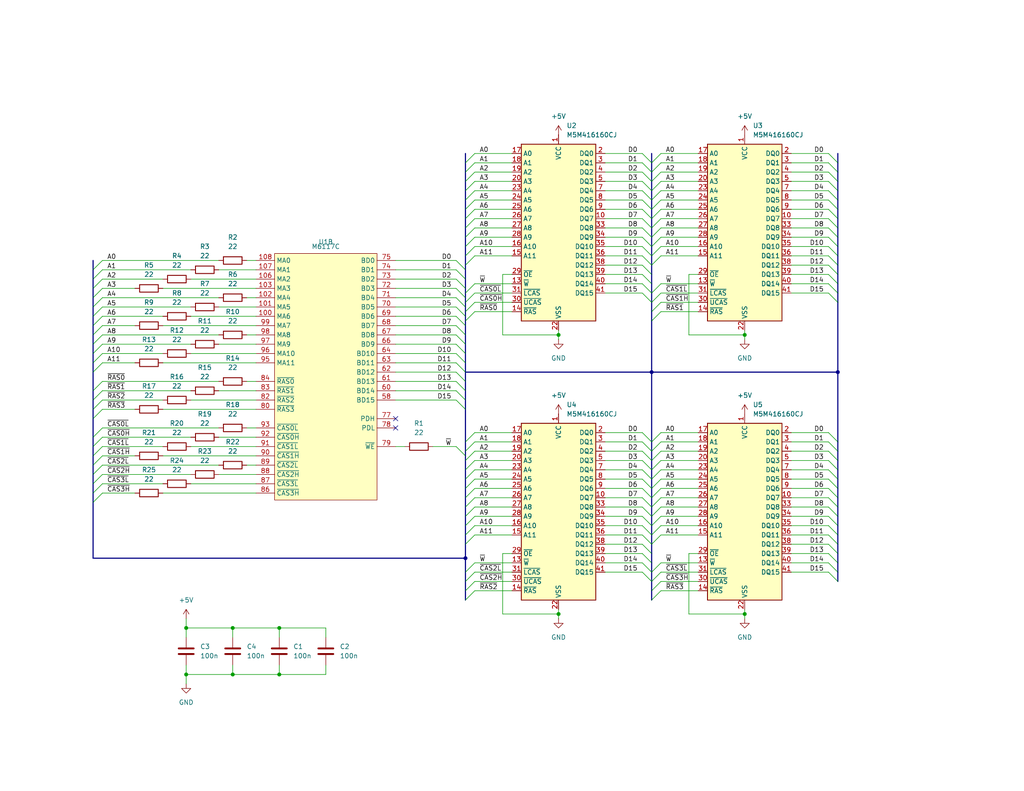
<source format=kicad_sch>
(kicad_sch (version 20250114) (generator "eeschema") (generator_version "9.0")
  (paper "USLetter")
  (junction (at 152.4 91.44))
  (junction (at 152.4 167.64))
  (junction (at 127 152.4))
  (junction (at 76.2 184.15))
  (junction (at 76.2 171.45))
  (junction (at 177.8 101.6))
  (junction (at 50.8 184.15))
  (junction (at 228.6 101.6))
  (junction (at 63.5 171.45))
  (junction (at 203.2 167.64))
  (junction (at 50.8 171.45))
  (junction (at 63.5 184.15))
  (junction (at 203.2 91.44))
  (no_connect (at 107.95 114.3))
  (no_connect (at 107.95 116.84))
  (bus_entry (at 180.34 135.89) (size -2.54 2.54))
  (bus_entry (at 226.06 80.01) (size 2.54 2.54))
  (bus_entry (at 226.06 74.93) (size 2.54 2.54))
  (bus_entry (at 180.34 67.31) (size -2.54 2.54))
  (bus_entry (at 180.34 158.75) (size -2.54 2.54))
  (bus_entry (at 226.06 77.47) (size 2.54 2.54))
  (bus_entry (at 180.34 125.73) (size -2.54 2.54))
  (bus_entry (at 180.34 64.77) (size -2.54 2.54))
  (bus_entry (at 180.34 153.67) (size -2.54 2.54))
  (bus_entry (at 180.34 133.35) (size -2.54 2.54))
  (bus_entry (at 129.54 120.65) (size -2.54 2.54))
  (bus_entry (at 27.94 106.68) (size -2.54 2.54))
  (bus_entry (at 27.94 91.44) (size -2.54 2.54))
  (bus_entry (at 226.06 52.07) (size 2.54 2.54))
  (bus_entry (at 124.46 96.52) (size 2.54 2.54))
  (bus_entry (at 124.46 81.28) (size 2.54 2.54))
  (bus_entry (at 129.54 62.23) (size -2.54 2.54))
  (bus_entry (at 124.46 91.44) (size 2.54 2.54))
  (bus_entry (at 226.06 120.65) (size 2.54 2.54))
  (bus_entry (at 124.46 73.66) (size 2.54 2.54))
  (bus_entry (at 175.26 130.81) (size 2.54 2.54))
  (bus_entry (at 180.34 54.61) (size -2.54 2.54))
  (bus_entry (at 180.34 118.11) (size -2.54 2.54))
  (bus_entry (at 226.06 138.43) (size 2.54 2.54))
  (bus_entry (at 175.26 59.69) (size 2.54 2.54))
  (bus_entry (at 27.94 96.52) (size -2.54 2.54))
  (bus_entry (at 226.06 67.31) (size 2.54 2.54))
  (bus_entry (at 226.06 69.85) (size 2.54 2.54))
  (bus_entry (at 175.26 74.93) (size 2.54 2.54))
  (bus_entry (at 129.54 128.27) (size -2.54 2.54))
  (bus_entry (at 175.26 146.05) (size 2.54 2.54))
  (bus_entry (at 226.06 125.73) (size 2.54 2.54))
  (bus_entry (at 129.54 158.75) (size -2.54 2.54))
  (bus_entry (at 226.06 128.27) (size 2.54 2.54))
  (bus_entry (at 180.34 46.99) (size -2.54 2.54))
  (bus_entry (at 129.54 140.97) (size -2.54 2.54))
  (bus_entry (at 27.94 127) (size -2.54 2.54))
  (bus_entry (at 124.46 121.92) (size 2.54 2.54))
  (bus_entry (at 175.26 72.39) (size 2.54 2.54))
  (bus_entry (at 180.34 77.47) (size -2.54 2.54))
  (bus_entry (at 27.94 81.28) (size -2.54 2.54))
  (bus_entry (at 226.06 64.77) (size 2.54 2.54))
  (bus_entry (at 226.06 46.99) (size 2.54 2.54))
  (bus_entry (at 129.54 82.55) (size -2.54 2.54))
  (bus_entry (at 226.06 49.53) (size 2.54 2.54))
  (bus_entry (at 226.06 151.13) (size 2.54 2.54))
  (bus_entry (at 226.06 133.35) (size 2.54 2.54))
  (bus_entry (at 27.94 129.54) (size -2.54 2.54))
  (bus_entry (at 226.06 148.59) (size 2.54 2.54))
  (bus_entry (at 175.26 69.85) (size 2.54 2.54))
  (bus_entry (at 124.46 106.68) (size 2.54 2.54))
  (bus_entry (at 175.26 41.91) (size 2.54 2.54))
  (bus_entry (at 175.26 133.35) (size 2.54 2.54))
  (bus_entry (at 27.94 78.74) (size -2.54 2.54))
  (bus_entry (at 180.34 120.65) (size -2.54 2.54))
  (bus_entry (at 129.54 161.29) (size -2.54 2.54))
  (bus_entry (at 180.34 52.07) (size -2.54 2.54))
  (bus_entry (at 27.94 99.06) (size -2.54 2.54))
  (bus_entry (at 27.94 83.82) (size -2.54 2.54))
  (bus_entry (at 129.54 123.19) (size -2.54 2.54))
  (bus_entry (at 124.46 83.82) (size 2.54 2.54))
  (bus_entry (at 226.06 143.51) (size 2.54 2.54))
  (bus_entry (at 129.54 44.45) (size -2.54 2.54))
  (bus_entry (at 129.54 130.81) (size -2.54 2.54))
  (bus_entry (at 27.94 88.9) (size -2.54 2.54))
  (bus_entry (at 129.54 59.69) (size -2.54 2.54))
  (bus_entry (at 175.26 44.45) (size 2.54 2.54))
  (bus_entry (at 226.06 123.19) (size 2.54 2.54))
  (bus_entry (at 180.34 80.01) (size -2.54 2.54))
  (bus_entry (at 175.26 148.59) (size 2.54 2.54))
  (bus_entry (at 180.34 156.21) (size -2.54 2.54))
  (bus_entry (at 27.94 132.08) (size -2.54 2.54))
  (bus_entry (at 175.26 138.43) (size 2.54 2.54))
  (bus_entry (at 226.06 57.15) (size 2.54 2.54))
  (bus_entry (at 124.46 109.22) (size 2.54 2.54))
  (bus_entry (at 226.06 153.67) (size 2.54 2.54))
  (bus_entry (at 226.06 146.05) (size 2.54 2.54))
  (bus_entry (at 180.34 69.85) (size -2.54 2.54))
  (bus_entry (at 175.26 118.11) (size 2.54 2.54))
  (bus_entry (at 129.54 153.67) (size -2.54 2.54))
  (bus_entry (at 175.26 49.53) (size 2.54 2.54))
  (bus_entry (at 175.26 153.67) (size 2.54 2.54))
  (bus_entry (at 27.94 109.22) (size -2.54 2.54))
  (bus_entry (at 129.54 146.05) (size -2.54 2.54))
  (bus_entry (at 27.94 134.62) (size -2.54 2.54))
  (bus_entry (at 27.94 116.84) (size -2.54 2.54))
  (bus_entry (at 226.06 62.23) (size 2.54 2.54))
  (bus_entry (at 129.54 46.99) (size -2.54 2.54))
  (bus_entry (at 226.06 130.81) (size 2.54 2.54))
  (bus_entry (at 180.34 82.55) (size -2.54 2.54))
  (bus_entry (at 175.26 64.77) (size 2.54 2.54))
  (bus_entry (at 124.46 104.14) (size 2.54 2.54))
  (bus_entry (at 180.34 49.53) (size -2.54 2.54))
  (bus_entry (at 180.34 143.51) (size -2.54 2.54))
  (bus_entry (at 180.34 138.43) (size -2.54 2.54))
  (bus_entry (at 129.54 125.73) (size -2.54 2.54))
  (bus_entry (at 129.54 156.21) (size -2.54 2.54))
  (bus_entry (at 129.54 143.51) (size -2.54 2.54))
  (bus_entry (at 129.54 118.11) (size -2.54 2.54))
  (bus_entry (at 175.26 125.73) (size 2.54 2.54))
  (bus_entry (at 175.26 77.47) (size 2.54 2.54))
  (bus_entry (at 180.34 123.19) (size -2.54 2.54))
  (bus_entry (at 180.34 128.27) (size -2.54 2.54))
  (bus_entry (at 226.06 118.11) (size 2.54 2.54))
  (bus_entry (at 129.54 133.35) (size -2.54 2.54))
  (bus_entry (at 175.26 57.15) (size 2.54 2.54))
  (bus_entry (at 129.54 41.91) (size -2.54 2.54))
  (bus_entry (at 226.06 140.97) (size 2.54 2.54))
  (bus_entry (at 175.26 123.19) (size 2.54 2.54))
  (bus_entry (at 180.34 41.91) (size -2.54 2.54))
  (bus_entry (at 129.54 85.09) (size -2.54 2.54))
  (bus_entry (at 180.34 44.45) (size -2.54 2.54))
  (bus_entry (at 180.34 140.97) (size -2.54 2.54))
  (bus_entry (at 129.54 80.01) (size -2.54 2.54))
  (bus_entry (at 180.34 59.69) (size -2.54 2.54))
  (bus_entry (at 175.26 120.65) (size 2.54 2.54))
  (bus_entry (at 180.34 85.09) (size -2.54 2.54))
  (bus_entry (at 129.54 49.53) (size -2.54 2.54))
  (bus_entry (at 175.26 52.07) (size 2.54 2.54))
  (bus_entry (at 129.54 69.85) (size -2.54 2.54))
  (bus_entry (at 27.94 124.46) (size -2.54 2.54))
  (bus_entry (at 129.54 64.77) (size -2.54 2.54))
  (bus_entry (at 226.06 59.69) (size 2.54 2.54))
  (bus_entry (at 27.94 93.98) (size -2.54 2.54))
  (bus_entry (at 129.54 52.07) (size -2.54 2.54))
  (bus_entry (at 175.26 135.89) (size 2.54 2.54))
  (bus_entry (at 27.94 76.2) (size -2.54 2.54))
  (bus_entry (at 27.94 104.14) (size -2.54 2.54))
  (bus_entry (at 129.54 138.43) (size -2.54 2.54))
  (bus_entry (at 175.26 128.27) (size 2.54 2.54))
  (bus_entry (at 175.26 151.13) (size 2.54 2.54))
  (bus_entry (at 124.46 78.74) (size 2.54 2.54))
  (bus_entry (at 175.26 62.23) (size 2.54 2.54))
  (bus_entry (at 129.54 57.15) (size -2.54 2.54))
  (bus_entry (at 27.94 71.12) (size -2.54 2.54))
  (bus_entry (at 226.06 44.45) (size 2.54 2.54))
  (bus_entry (at 129.54 77.47) (size -2.54 2.54))
  (bus_entry (at 175.26 143.51) (size 2.54 2.54))
  (bus_entry (at 180.34 161.29) (size -2.54 2.54))
  (bus_entry (at 27.94 73.66) (size -2.54 2.54))
  (bus_entry (at 175.26 80.01) (size 2.54 2.54))
  (bus_entry (at 27.94 121.92) (size -2.54 2.54))
  (bus_entry (at 180.34 146.05) (size -2.54 2.54))
  (bus_entry (at 129.54 135.89) (size -2.54 2.54))
  (bus_entry (at 175.26 67.31) (size 2.54 2.54))
  (bus_entry (at 226.06 41.91) (size 2.54 2.54))
  (bus_entry (at 226.06 72.39) (size 2.54 2.54))
  (bus_entry (at 180.34 62.23) (size -2.54 2.54))
  (bus_entry (at 175.26 140.97) (size 2.54 2.54))
  (bus_entry (at 124.46 93.98) (size 2.54 2.54))
  (bus_entry (at 27.94 86.36) (size -2.54 2.54))
  (bus_entry (at 226.06 54.61) (size 2.54 2.54))
  (bus_entry (at 175.26 54.61) (size 2.54 2.54))
  (bus_entry (at 124.46 101.6) (size 2.54 2.54))
  (bus_entry (at 27.94 111.76) (size -2.54 2.54))
  (bus_entry (at 124.46 86.36) (size 2.54 2.54))
  (bus_entry (at 124.46 99.06) (size 2.54 2.54))
  (bus_entry (at 124.46 88.9) (size 2.54 2.54))
  (bus_entry (at 129.54 54.61) (size -2.54 2.54))
  (bus_entry (at 124.46 71.12) (size 2.54 2.54))
  (bus_entry (at 226.06 156.21) (size 2.54 2.54))
  (bus_entry (at 180.34 57.15) (size -2.54 2.54))
  (bus_entry (at 175.26 156.21) (size 2.54 2.54))
  (bus_entry (at 27.94 119.38) (size -2.54 2.54))
  (bus_entry (at 226.06 135.89) (size 2.54 2.54))
  (bus_entry (at 180.34 130.81) (size -2.54 2.54))
  (bus_entry (at 129.54 67.31) (size -2.54 2.54))
  (bus_entry (at 175.26 46.99) (size 2.54 2.54))
  (bus_entry (at 124.46 76.2) (size 2.54 2.54))
  (wire (pts (xy 203.2 91.44) (xy 187.96 91.44)))
  (wire (pts (xy 129.54 49.53) (xy 139.7 49.53)))
  (bus (pts (xy 177.8 120.65) (xy 177.8 123.19)))
  (bus (pts (xy 127 99.06) (xy 127 101.6)))
  (bus (pts (xy 177.8 101.6) (xy 177.8 120.65)))
  (wire (pts (xy 129.54 138.43) (xy 139.7 138.43)))
  (wire (pts (xy 215.9 146.05) (xy 226.06 146.05)))
  (bus (pts (xy 177.8 41.91) (xy 177.8 44.45)))
  (wire (pts (xy 180.34 54.61) (xy 190.5 54.61)))
  (wire (pts (xy 165.1 72.39) (xy 175.26 72.39)))
  (wire (pts (xy 180.34 156.21) (xy 190.5 156.21)))
  (bus (pts (xy 177.8 80.01) (xy 177.8 82.55)))
  (wire (pts (xy 180.34 52.07) (xy 190.5 52.07)))
  (bus (pts (xy 25.4 121.92) (xy 25.4 124.46)))
  (bus (pts (xy 228.6 54.61) (xy 228.6 57.15)))
  (wire (pts (xy 180.34 80.01) (xy 190.5 80.01)))
  (bus (pts (xy 177.8 123.19) (xy 177.8 125.73)))
  (wire (pts (xy 63.5 171.45) (xy 63.5 173.99)))
  (wire (pts (xy 129.54 52.07) (xy 139.7 52.07)))
  (bus (pts (xy 127 91.44) (xy 127 93.98)))
  (wire (pts (xy 44.45 78.74) (xy 69.85 78.74)))
  (wire (pts (xy 165.1 143.51) (xy 175.26 143.51)))
  (wire (pts (xy 44.45 111.76) (xy 69.85 111.76)))
  (bus (pts (xy 228.6 123.19) (xy 228.6 125.73)))
  (wire (pts (xy 129.54 69.85) (xy 139.7 69.85)))
  (wire (pts (xy 152.4 91.44) (xy 152.4 90.17)))
  (wire (pts (xy 215.9 46.99) (xy 226.06 46.99)))
  (wire (pts (xy 215.9 148.59) (xy 226.06 148.59)))
  (wire (pts (xy 165.1 49.53) (xy 175.26 49.53)))
  (wire (pts (xy 124.46 121.92) (xy 118.11 121.92)))
  (bus (pts (xy 177.8 77.47) (xy 177.8 80.01)))
  (bus (pts (xy 228.6 138.43) (xy 228.6 140.97)))
  (wire (pts (xy 76.2 171.45) (xy 76.2 173.99)))
  (wire (pts (xy 129.54 54.61) (xy 139.7 54.61)))
  (bus (pts (xy 127 106.68) (xy 127 109.22)))
  (bus (pts (xy 127 88.9) (xy 127 91.44)))
  (wire (pts (xy 27.94 76.2) (xy 44.45 76.2)))
  (bus (pts (xy 127 111.76) (xy 127 120.65)))
  (wire (pts (xy 165.1 44.45) (xy 175.26 44.45)))
  (bus (pts (xy 127 72.39) (xy 127 73.66)))
  (wire (pts (xy 52.07 96.52) (xy 69.85 96.52)))
  (wire (pts (xy 180.34 69.85) (xy 190.5 69.85)))
  (wire (pts (xy 27.94 129.54) (xy 52.07 129.54)))
  (wire (pts (xy 165.1 148.59) (xy 175.26 148.59)))
  (wire (pts (xy 165.1 54.61) (xy 175.26 54.61)))
  (wire (pts (xy 180.34 67.31) (xy 190.5 67.31)))
  (wire (pts (xy 165.1 62.23) (xy 175.26 62.23)))
  (bus (pts (xy 177.8 44.45) (xy 177.8 46.99)))
  (wire (pts (xy 129.54 46.99) (xy 139.7 46.99)))
  (wire (pts (xy 215.9 140.97) (xy 226.06 140.97)))
  (wire (pts (xy 107.95 78.74) (xy 124.46 78.74)))
  (bus (pts (xy 177.8 138.43) (xy 177.8 140.97)))
  (wire (pts (xy 129.54 140.97) (xy 139.7 140.97)))
  (wire (pts (xy 27.94 119.38) (xy 52.07 119.38)))
  (wire (pts (xy 165.1 80.01) (xy 175.26 80.01)))
  (bus (pts (xy 127 104.14) (xy 127 106.68)))
  (wire (pts (xy 63.5 181.61) (xy 63.5 184.15)))
  (bus (pts (xy 228.6 82.55) (xy 228.6 101.6)))
  (bus (pts (xy 228.6 120.65) (xy 228.6 123.19)))
  (wire (pts (xy 187.96 74.93) (xy 190.5 74.93)))
  (wire (pts (xy 187.96 91.44) (xy 187.96 74.93)))
  (wire (pts (xy 107.95 88.9) (xy 124.46 88.9)))
  (bus (pts (xy 228.6 153.67) (xy 228.6 156.21)))
  (wire (pts (xy 165.1 133.35) (xy 175.26 133.35)))
  (wire (pts (xy 50.8 184.15) (xy 63.5 184.15)))
  (wire (pts (xy 129.54 133.35) (xy 139.7 133.35)))
  (wire (pts (xy 129.54 143.51) (xy 139.7 143.51)))
  (wire (pts (xy 27.94 93.98) (xy 52.07 93.98)))
  (bus (pts (xy 228.6 59.69) (xy 228.6 62.23)))
  (wire (pts (xy 215.9 123.19) (xy 226.06 123.19)))
  (wire (pts (xy 129.54 59.69) (xy 139.7 59.69)))
  (wire (pts (xy 52.07 132.08) (xy 69.85 132.08)))
  (bus (pts (xy 228.6 146.05) (xy 228.6 148.59)))
  (bus (pts (xy 127 133.35) (xy 127 135.89)))
  (wire (pts (xy 215.9 143.51) (xy 226.06 143.51)))
  (wire (pts (xy 137.16 91.44) (xy 137.16 74.93)))
  (bus (pts (xy 177.8 59.69) (xy 177.8 62.23)))
  (wire (pts (xy 180.34 62.23) (xy 190.5 62.23)))
  (wire (pts (xy 129.54 82.55) (xy 139.7 82.55)))
  (wire (pts (xy 203.2 91.44) (xy 203.2 90.17)))
  (bus (pts (xy 25.4 114.3) (xy 25.4 119.38)))
  (bus (pts (xy 228.6 72.39) (xy 228.6 74.93)))
  (wire (pts (xy 215.9 49.53) (xy 226.06 49.53)))
  (wire (pts (xy 129.54 118.11) (xy 139.7 118.11)))
  (bus (pts (xy 127 62.23) (xy 127 64.77)))
  (wire (pts (xy 107.95 96.52) (xy 124.46 96.52)))
  (wire (pts (xy 50.8 184.15) (xy 50.8 186.69)))
  (wire (pts (xy 76.2 184.15) (xy 88.9 184.15)))
  (bus (pts (xy 127 86.36) (xy 127 87.63)))
  (wire (pts (xy 44.45 99.06) (xy 69.85 99.06)))
  (wire (pts (xy 27.94 78.74) (xy 36.83 78.74)))
  (bus (pts (xy 25.4 96.52) (xy 25.4 99.06)))
  (wire (pts (xy 215.9 57.15) (xy 226.06 57.15)))
  (wire (pts (xy 107.95 106.68) (xy 124.46 106.68)))
  (bus (pts (xy 228.6 101.6) (xy 177.8 101.6)))
  (wire (pts (xy 180.34 49.53) (xy 190.5 49.53)))
  (wire (pts (xy 180.34 64.77) (xy 190.5 64.77)))
  (wire (pts (xy 52.07 121.92) (xy 69.85 121.92)))
  (bus (pts (xy 25.4 106.68) (xy 25.4 109.22)))
  (bus (pts (xy 177.8 161.29) (xy 177.8 163.83)))
  (bus (pts (xy 228.6 156.21) (xy 228.6 158.75)))
  (bus (pts (xy 25.4 88.9) (xy 25.4 91.44)))
  (bus (pts (xy 177.8 130.81) (xy 177.8 133.35)))
  (wire (pts (xy 129.54 128.27) (xy 139.7 128.27)))
  (wire (pts (xy 180.34 57.15) (xy 190.5 57.15)))
  (wire (pts (xy 203.2 168.91) (xy 203.2 167.64)))
  (wire (pts (xy 203.2 92.71) (xy 203.2 91.44)))
  (wire (pts (xy 180.34 161.29) (xy 190.5 161.29)))
  (bus (pts (xy 127 96.52) (xy 127 99.06)))
  (wire (pts (xy 27.94 106.68) (xy 52.07 106.68)))
  (bus (pts (xy 177.8 143.51) (xy 177.8 146.05)))
  (wire (pts (xy 107.95 86.36) (xy 124.46 86.36)))
  (bus (pts (xy 25.4 99.06) (xy 25.4 101.6)))
  (wire (pts (xy 107.95 71.12) (xy 124.46 71.12)))
  (wire (pts (xy 129.54 44.45) (xy 139.7 44.45)))
  (wire (pts (xy 165.1 118.11) (xy 175.26 118.11)))
  (wire (pts (xy 44.45 134.62) (xy 69.85 134.62)))
  (bus (pts (xy 127 46.99) (xy 127 49.53)))
  (wire (pts (xy 27.94 96.52) (xy 44.45 96.52)))
  (bus (pts (xy 177.8 64.77) (xy 177.8 67.31)))
  (bus (pts (xy 127 93.98) (xy 127 96.52)))
  (bus (pts (xy 127 80.01) (xy 127 81.28)))
  (wire (pts (xy 107.95 93.98) (xy 124.46 93.98)))
  (wire (pts (xy 129.54 125.73) (xy 139.7 125.73)))
  (wire (pts (xy 27.94 134.62) (xy 36.83 134.62)))
  (wire (pts (xy 27.94 116.84) (xy 59.69 116.84)))
  (wire (pts (xy 215.9 52.07) (xy 226.06 52.07)))
  (wire (pts (xy 50.8 171.45) (xy 63.5 171.45)))
  (wire (pts (xy 27.94 104.14) (xy 59.69 104.14)))
  (wire (pts (xy 67.31 104.14) (xy 69.85 104.14)))
  (wire (pts (xy 180.34 59.69) (xy 190.5 59.69)))
  (wire (pts (xy 44.45 124.46) (xy 69.85 124.46)))
  (wire (pts (xy 180.34 143.51) (xy 190.5 143.51)))
  (wire (pts (xy 215.9 153.67) (xy 226.06 153.67)))
  (wire (pts (xy 129.54 156.21) (xy 139.7 156.21)))
  (bus (pts (xy 177.8 128.27) (xy 177.8 130.81)))
  (bus (pts (xy 25.4 93.98) (xy 25.4 96.52)))
  (bus (pts (xy 228.6 101.6) (xy 228.6 120.65)))
  (wire (pts (xy 180.34 158.75) (xy 190.5 158.75)))
  (bus (pts (xy 177.8 57.15) (xy 177.8 59.69)))
  (wire (pts (xy 215.9 130.81) (xy 226.06 130.81)))
  (wire (pts (xy 50.8 168.91) (xy 50.8 171.45)))
  (wire (pts (xy 27.94 86.36) (xy 44.45 86.36)))
  (bus (pts (xy 228.6 151.13) (xy 228.6 153.67)))
  (bus (pts (xy 177.8 151.13) (xy 177.8 153.67)))
  (bus (pts (xy 25.4 73.66) (xy 25.4 76.2)))
  (wire (pts (xy 129.54 64.77) (xy 139.7 64.77)))
  (wire (pts (xy 180.34 135.89) (xy 190.5 135.89)))
  (wire (pts (xy 215.9 133.35) (xy 226.06 133.35)))
  (bus (pts (xy 177.8 153.67) (xy 177.8 156.21)))
  (wire (pts (xy 67.31 116.84) (xy 69.85 116.84)))
  (wire (pts (xy 215.9 135.89) (xy 226.06 135.89)))
  (bus (pts (xy 127 49.53) (xy 127 52.07)))
  (bus (pts (xy 25.4 83.82) (xy 25.4 86.36)))
  (bus (pts (xy 228.6 133.35) (xy 228.6 135.89)))
  (wire (pts (xy 165.1 153.67) (xy 175.26 153.67)))
  (wire (pts (xy 107.95 83.82) (xy 124.46 83.82)))
  (bus (pts (xy 127 54.61) (xy 127 57.15)))
  (bus (pts (xy 177.8 85.09) (xy 177.8 87.63)))
  (wire (pts (xy 187.96 167.64) (xy 187.96 151.13)))
  (wire (pts (xy 59.69 106.68) (xy 69.85 106.68)))
  (wire (pts (xy 129.54 41.91) (xy 139.7 41.91)))
  (bus (pts (xy 25.4 152.4) (xy 127 152.4)))
  (bus (pts (xy 127 85.09) (xy 127 86.36)))
  (wire (pts (xy 129.54 153.67) (xy 139.7 153.67)))
  (bus (pts (xy 127 124.46) (xy 127 125.73)))
  (bus (pts (xy 177.8 54.61) (xy 177.8 57.15)))
  (wire (pts (xy 165.1 146.05) (xy 175.26 146.05)))
  (wire (pts (xy 215.9 62.23) (xy 226.06 62.23)))
  (wire (pts (xy 27.94 71.12) (xy 59.69 71.12)))
  (wire (pts (xy 215.9 74.93) (xy 226.06 74.93)))
  (wire (pts (xy 137.16 74.93) (xy 139.7 74.93)))
  (wire (pts (xy 180.34 128.27) (xy 190.5 128.27)))
  (bus (pts (xy 228.6 49.53) (xy 228.6 52.07)))
  (bus (pts (xy 177.8 69.85) (xy 177.8 72.39)))
  (bus (pts (xy 127 140.97) (xy 127 143.51)))
  (wire (pts (xy 215.9 138.43) (xy 226.06 138.43)))
  (bus (pts (xy 228.6 77.47) (xy 228.6 80.01)))
  (wire (pts (xy 180.34 46.99) (xy 190.5 46.99)))
  (wire (pts (xy 180.34 82.55) (xy 190.5 82.55)))
  (wire (pts (xy 59.69 73.66) (xy 69.85 73.66)))
  (wire (pts (xy 215.9 54.61) (xy 226.06 54.61)))
  (bus (pts (xy 127 161.29) (xy 127 163.83)))
  (wire (pts (xy 180.34 125.73) (xy 190.5 125.73)))
  (wire (pts (xy 165.1 138.43) (xy 175.26 138.43)))
  (bus (pts (xy 25.4 91.44) (xy 25.4 93.98)))
  (wire (pts (xy 180.34 140.97) (xy 190.5 140.97)))
  (bus (pts (xy 127 156.21) (xy 127 158.75)))
  (wire (pts (xy 59.69 93.98) (xy 69.85 93.98)))
  (wire (pts (xy 215.9 120.65) (xy 226.06 120.65)))
  (bus (pts (xy 177.8 125.73) (xy 177.8 128.27)))
  (wire (pts (xy 27.94 127) (xy 59.69 127)))
  (bus (pts (xy 228.6 80.01) (xy 228.6 82.55)))
  (wire (pts (xy 129.54 130.81) (xy 139.7 130.81)))
  (bus (pts (xy 177.8 148.59) (xy 177.8 151.13)))
  (wire (pts (xy 107.95 76.2) (xy 124.46 76.2)))
  (bus (pts (xy 25.4 78.74) (xy 25.4 81.28)))
  (wire (pts (xy 165.1 151.13) (xy 175.26 151.13)))
  (bus (pts (xy 25.4 124.46) (xy 25.4 127)))
  (wire (pts (xy 107.95 91.44) (xy 124.46 91.44)))
  (bus (pts (xy 127 76.2) (xy 127 78.74)))
  (bus (pts (xy 25.4 134.62) (xy 25.4 137.16)))
  (wire (pts (xy 180.34 41.91) (xy 190.5 41.91)))
  (wire (pts (xy 203.2 167.64) (xy 203.2 166.37)))
  (wire (pts (xy 215.9 64.77) (xy 226.06 64.77)))
  (bus (pts (xy 177.8 87.63) (xy 177.8 101.6)))
  (wire (pts (xy 215.9 80.01) (xy 226.06 80.01)))
  (wire (pts (xy 129.54 146.05) (xy 139.7 146.05)))
  (bus (pts (xy 127 101.6) (xy 127 104.14)))
  (bus (pts (xy 127 128.27) (xy 127 130.81)))
  (wire (pts (xy 165.1 41.91) (xy 175.26 41.91)))
  (wire (pts (xy 88.9 184.15) (xy 88.9 181.61)))
  (wire (pts (xy 165.1 123.19) (xy 175.26 123.19)))
  (bus (pts (xy 177.8 49.53) (xy 177.8 52.07)))
  (wire (pts (xy 180.34 85.09) (xy 190.5 85.09)))
  (wire (pts (xy 165.1 128.27) (xy 175.26 128.27)))
  (wire (pts (xy 215.9 128.27) (xy 226.06 128.27)))
  (bus (pts (xy 127 69.85) (xy 127 72.39)))
  (bus (pts (xy 25.4 119.38) (xy 25.4 121.92)))
  (bus (pts (xy 127 152.4) (xy 127 156.21)))
  (bus (pts (xy 127 57.15) (xy 127 59.69)))
  (bus (pts (xy 127 109.22) (xy 127 111.76)))
  (wire (pts (xy 180.34 153.67) (xy 190.5 153.67)))
  (bus (pts (xy 127 143.51) (xy 127 146.05)))
  (wire (pts (xy 129.54 85.09) (xy 139.7 85.09)))
  (wire (pts (xy 165.1 156.21) (xy 175.26 156.21)))
  (bus (pts (xy 228.6 148.59) (xy 228.6 151.13)))
  (bus (pts (xy 25.4 101.6) (xy 25.4 106.68)))
  (bus (pts (xy 127 123.19) (xy 127 124.46)))
  (wire (pts (xy 63.5 171.45) (xy 76.2 171.45)))
  (wire (pts (xy 180.34 118.11) (xy 190.5 118.11)))
  (bus (pts (xy 228.6 135.89) (xy 228.6 138.43)))
  (wire (pts (xy 215.9 41.91) (xy 226.06 41.91)))
  (wire (pts (xy 165.1 57.15) (xy 175.26 57.15)))
  (bus (pts (xy 127 81.28) (xy 127 82.55)))
  (wire (pts (xy 180.34 130.81) (xy 190.5 130.81)))
  (wire (pts (xy 88.9 171.45) (xy 88.9 173.99)))
  (wire (pts (xy 107.95 104.14) (xy 124.46 104.14)))
  (wire (pts (xy 59.69 129.54) (xy 69.85 129.54)))
  (bus (pts (xy 177.8 135.89) (xy 177.8 138.43)))
  (wire (pts (xy 165.1 52.07) (xy 175.26 52.07)))
  (wire (pts (xy 215.9 156.21) (xy 226.06 156.21)))
  (wire (pts (xy 44.45 88.9) (xy 69.85 88.9)))
  (bus (pts (xy 127 125.73) (xy 127 128.27)))
  (wire (pts (xy 67.31 127) (xy 69.85 127)))
  (wire (pts (xy 165.1 74.93) (xy 175.26 74.93)))
  (wire (pts (xy 165.1 59.69) (xy 175.26 59.69)))
  (bus (pts (xy 25.4 137.16) (xy 25.4 152.4)))
  (bus (pts (xy 127 158.75) (xy 127 161.29)))
  (wire (pts (xy 27.94 91.44) (xy 59.69 91.44)))
  (bus (pts (xy 127 67.31) (xy 127 69.85)))
  (bus (pts (xy 127 52.07) (xy 127 54.61)))
  (wire (pts (xy 67.31 71.12) (xy 69.85 71.12)))
  (wire (pts (xy 50.8 171.45) (xy 50.8 173.99)))
  (wire (pts (xy 52.07 109.22) (xy 69.85 109.22)))
  (bus (pts (xy 228.6 46.99) (xy 228.6 49.53)))
  (wire (pts (xy 27.94 124.46) (xy 36.83 124.46)))
  (wire (pts (xy 50.8 181.61) (xy 50.8 184.15)))
  (bus (pts (xy 228.6 57.15) (xy 228.6 59.69)))
  (wire (pts (xy 63.5 184.15) (xy 76.2 184.15)))
  (wire (pts (xy 180.34 44.45) (xy 190.5 44.45)))
  (bus (pts (xy 127 130.81) (xy 127 133.35)))
  (bus (pts (xy 177.8 101.6) (xy 127 101.6)))
  (wire (pts (xy 165.1 46.99) (xy 175.26 46.99)))
  (wire (pts (xy 215.9 77.47) (xy 226.06 77.47)))
  (wire (pts (xy 107.95 81.28) (xy 124.46 81.28)))
  (bus (pts (xy 25.4 76.2) (xy 25.4 78.74)))
  (bus (pts (xy 25.4 132.08) (xy 25.4 134.62)))
  (wire (pts (xy 187.96 151.13) (xy 190.5 151.13)))
  (bus (pts (xy 177.8 67.31) (xy 177.8 69.85)))
  (wire (pts (xy 67.31 91.44) (xy 69.85 91.44)))
  (wire (pts (xy 165.1 64.77) (xy 175.26 64.77)))
  (bus (pts (xy 127 44.45) (xy 127 46.99)))
  (wire (pts (xy 107.95 121.92) (xy 110.49 121.92)))
  (wire (pts (xy 180.34 77.47) (xy 190.5 77.47)))
  (wire (pts (xy 215.9 59.69) (xy 226.06 59.69)))
  (bus (pts (xy 25.4 81.28) (xy 25.4 83.82)))
  (bus (pts (xy 228.6 52.07) (xy 228.6 54.61)))
  (wire (pts (xy 27.94 111.76) (xy 36.83 111.76)))
  (wire (pts (xy 67.31 81.28) (xy 69.85 81.28)))
  (bus (pts (xy 25.4 111.76) (xy 25.4 114.3)))
  (wire (pts (xy 165.1 140.97) (xy 175.26 140.97)))
  (bus (pts (xy 228.6 67.31) (xy 228.6 69.85)))
  (wire (pts (xy 129.54 67.31) (xy 139.7 67.31)))
  (wire (pts (xy 165.1 125.73) (xy 175.26 125.73)))
  (wire (pts (xy 215.9 118.11) (xy 226.06 118.11)))
  (bus (pts (xy 127 78.74) (xy 127 80.01)))
  (bus (pts (xy 228.6 140.97) (xy 228.6 143.51)))
  (wire (pts (xy 152.4 168.91) (xy 152.4 167.64)))
  (bus (pts (xy 177.8 133.35) (xy 177.8 135.89)))
  (bus (pts (xy 127 135.89) (xy 127 138.43)))
  (bus (pts (xy 228.6 74.93) (xy 228.6 77.47)))
  (wire (pts (xy 129.54 77.47) (xy 139.7 77.47)))
  (bus (pts (xy 127 120.65) (xy 127 123.19)))
  (wire (pts (xy 137.16 167.64) (xy 137.16 151.13)))
  (bus (pts (xy 127 146.05) (xy 127 148.59)))
  (wire (pts (xy 215.9 67.31) (xy 226.06 67.31)))
  (wire (pts (xy 129.54 158.75) (xy 139.7 158.75)))
  (wire (pts (xy 152.4 91.44) (xy 137.16 91.44)))
  (wire (pts (xy 129.54 120.65) (xy 139.7 120.65)))
  (wire (pts (xy 165.1 130.81) (xy 175.26 130.81)))
  (wire (pts (xy 215.9 69.85) (xy 226.06 69.85)))
  (wire (pts (xy 152.4 92.71) (xy 152.4 91.44)))
  (wire (pts (xy 180.34 123.19) (xy 190.5 123.19)))
  (bus (pts (xy 177.8 52.07) (xy 177.8 54.61)))
  (bus (pts (xy 127 87.63) (xy 127 88.9)))
  (bus (pts (xy 177.8 146.05) (xy 177.8 148.59)))
  (wire (pts (xy 215.9 151.13) (xy 226.06 151.13)))
  (bus (pts (xy 127 148.59) (xy 127 152.4)))
  (wire (pts (xy 27.94 121.92) (xy 44.45 121.92)))
  (wire (pts (xy 165.1 135.89) (xy 175.26 135.89)))
  (bus (pts (xy 228.6 64.77) (xy 228.6 67.31)))
  (bus (pts (xy 177.8 46.99) (xy 177.8 49.53)))
  (bus (pts (xy 127 64.77) (xy 127 67.31)))
  (bus (pts (xy 25.4 127) (xy 25.4 129.54)))
  (bus (pts (xy 177.8 72.39) (xy 177.8 74.93)))
  (wire (pts (xy 180.34 138.43) (xy 190.5 138.43)))
  (bus (pts (xy 127 73.66) (xy 127 76.2)))
  (wire (pts (xy 76.2 181.61) (xy 76.2 184.15)))
  (wire (pts (xy 180.34 146.05) (xy 190.5 146.05)))
  (bus (pts (xy 177.8 158.75) (xy 177.8 161.29)))
  (bus (pts (xy 228.6 125.73) (xy 228.6 128.27)))
  (bus (pts (xy 228.6 130.81) (xy 228.6 133.35)))
  (wire (pts (xy 27.94 132.08) (xy 44.45 132.08)))
  (wire (pts (xy 152.4 167.64) (xy 137.16 167.64)))
  (bus (pts (xy 25.4 86.36) (xy 25.4 88.9)))
  (wire (pts (xy 215.9 44.45) (xy 226.06 44.45)))
  (wire (pts (xy 27.94 99.06) (xy 36.83 99.06)))
  (bus (pts (xy 228.6 143.51) (xy 228.6 146.05)))
  (wire (pts (xy 129.54 123.19) (xy 139.7 123.19)))
  (wire (pts (xy 107.95 99.06) (xy 124.46 99.06)))
  (bus (pts (xy 228.6 44.45) (xy 228.6 46.99)))
  (wire (pts (xy 165.1 69.85) (xy 175.26 69.85)))
  (bus (pts (xy 177.8 62.23) (xy 177.8 64.77)))
  (bus (pts (xy 127 82.55) (xy 127 83.82)))
  (wire (pts (xy 129.54 57.15) (xy 139.7 57.15)))
  (bus (pts (xy 228.6 69.85) (xy 228.6 72.39)))
  (bus (pts (xy 127 41.91) (xy 127 44.45)))
  (wire (pts (xy 52.07 86.36) (xy 69.85 86.36)))
  (wire (pts (xy 59.69 83.82) (xy 69.85 83.82)))
  (bus (pts (xy 127 59.69) (xy 127 62.23)))
  (wire (pts (xy 215.9 125.73) (xy 226.06 125.73)))
  (wire (pts (xy 107.95 73.66) (xy 124.46 73.66)))
  (wire (pts (xy 129.54 80.01) (xy 139.7 80.01)))
  (wire (pts (xy 152.4 167.64) (xy 152.4 166.37)))
  (bus (pts (xy 127 83.82) (xy 127 85.09)))
  (bus (pts (xy 177.8 74.93) (xy 177.8 77.47)))
  (bus (pts (xy 177.8 82.55) (xy 177.8 85.09)))
  (wire (pts (xy 129.54 161.29) (xy 139.7 161.29)))
  (wire (pts (xy 52.07 76.2) (xy 69.85 76.2)))
  (wire (pts (xy 180.34 133.35) (xy 190.5 133.35)))
  (wire (pts (xy 137.16 151.13) (xy 139.7 151.13)))
  (bus (pts (xy 228.6 41.91) (xy 228.6 44.45)))
  (wire (pts (xy 27.94 83.82) (xy 52.07 83.82)))
  (bus (pts (xy 177.8 156.21) (xy 177.8 158.75)))
  (wire (pts (xy 129.54 62.23) (xy 139.7 62.23)))
  (wire (pts (xy 165.1 67.31) (xy 175.26 67.31)))
  (bus (pts (xy 127 138.43) (xy 127 140.97)))
  (wire (pts (xy 27.94 73.66) (xy 52.07 73.66)))
  (bus (pts (xy 177.8 140.97) (xy 177.8 143.51)))
  (wire (pts (xy 27.94 81.28) (xy 59.69 81.28)))
  (bus (pts (xy 25.4 109.22) (xy 25.4 111.76)))
  (wire (pts (xy 107.95 109.22) (xy 124.46 109.22)))
  (wire (pts (xy 76.2 171.45) (xy 88.9 171.45)))
  (wire (pts (xy 180.34 120.65) (xy 190.5 120.65)))
  (wire (pts (xy 129.54 135.89) (xy 139.7 135.89)))
  (wire (pts (xy 27.94 88.9) (xy 36.83 88.9)))
  (bus (pts (xy 25.4 71.12) (xy 25.4 73.66)))
  (wire (pts (xy 203.2 167.64) (xy 187.96 167.64)))
  (wire (pts (xy 165.1 120.65) (xy 175.26 120.65)))
  (bus (pts (xy 25.4 129.54) (xy 25.4 132.08)))
  (wire (pts (xy 59.69 119.38) (xy 69.85 119.38)))
  (bus (pts (xy 228.6 128.27) (xy 228.6 130.81)))
  (wire (pts (xy 215.9 72.39) (xy 226.06 72.39)))
  (wire (pts (xy 165.1 77.47) (xy 175.26 77.47)))
  (bus (pts (xy 228.6 62.23) (xy 228.6 64.77)))
  (wire (pts (xy 27.94 109.22) (xy 44.45 109.22)))
  (wire (pts (xy 107.95 101.6) (xy 124.46 101.6)))
  (label "D5" (at 173.99 130.81 180))
  (label "A5" (at 130.81 54.61 0))
  (label "A10" (at 29.21 96.52 0))
  (label "A5" (at 181.61 130.81 0))
  (label "D15" (at 173.99 80.01 180))
  (label "D10" (at 224.79 143.51 180))
  (label "D9" (at 224.79 140.97 180))
  (label "A9" (at 181.61 64.77 0))
  (label "D15" (at 224.79 156.21 180))
  (label "A8" (at 130.81 138.43 0))
  (label "A11" (at 181.61 146.05 0))
  (label "D10" (at 123.19 96.52 180))
  (label "A4" (at 181.61 128.27 0))
  (label "A2" (at 130.81 46.99 0))
  (label "D1" (at 224.79 44.45 180))
  (label "D15" (at 224.79 80.01 180))
  (label "A10" (at 181.61 143.51 0))
  (label "D0" (at 224.79 118.11 180))
  (label "~{CAS3L}" (at 29.21 132.08 0))
  (label "D15" (at 123.19 109.22 180))
  (label "A11" (at 29.21 99.06 0))
  (label "~{RAS0}" (at 130.81 85.09 0))
  (label "D14" (at 224.79 153.67 180))
  (label "A7" (at 181.61 135.89 0))
  (label "D0" (at 123.19 71.12 180))
  (label "D2" (at 224.79 123.19 180))
  (label "~{RAS1}" (at 181.61 85.09 0))
  (label "A6" (at 130.81 133.35 0))
  (label "A0" (at 130.81 118.11 0))
  (label "~{CAS2L}" (at 130.81 156.21 0))
  (label "~{RAS3}" (at 29.21 111.76 0))
  (label "D1" (at 224.79 120.65 180))
  (label "D9" (at 123.19 93.98 180))
  (label "A10" (at 130.81 67.31 0))
  (label "D2" (at 123.19 76.2 180))
  (label "A2" (at 29.21 76.2 0))
  (label "~{CAS0L}" (at 29.21 116.84 0))
  (label "D14" (at 173.99 77.47 180))
  (label "D4" (at 224.79 128.27 180))
  (label "A3" (at 130.81 49.53 0))
  (label "~{W}" (at 130.81 153.67 0))
  (label "A3" (at 29.21 78.74 0))
  (label "D7" (at 224.79 135.89 180))
  (label "~{CAS1H}" (at 181.61 82.55 0))
  (label "D5" (at 224.79 54.61 180))
  (label "D3" (at 224.79 125.73 180))
  (label "~{CAS0H}" (at 130.81 82.55 0))
  (label "~{W}" (at 130.81 77.47 0))
  (label "A0" (at 130.81 41.91 0))
  (label "D6" (at 224.79 57.15 180))
  (label "D12" (at 224.79 72.39 180))
  (label "A2" (at 181.61 46.99 0))
  (label "D1" (at 173.99 120.65 180))
  (label "D9" (at 173.99 64.77 180))
  (label "A6" (at 181.61 57.15 0))
  (label "A9" (at 181.61 140.97 0))
  (label "A2" (at 130.81 123.19 0))
  (label "D0" (at 173.99 118.11 180))
  (label "A7" (at 29.21 88.9 0))
  (label "A8" (at 181.61 138.43 0))
  (label "~{CAS1H}" (at 29.21 124.46 0))
  (label "A1" (at 130.81 44.45 0))
  (label "~{W}" (at 181.61 153.67 0))
  (label "A4" (at 29.21 81.28 0))
  (label "~{CAS2H}" (at 130.81 158.75 0))
  (label "D11" (at 224.79 146.05 180))
  (label "~{CAS1L}" (at 29.21 121.92 0))
  (label "~{CAS2L}" (at 29.21 127 0))
  (label "~{CAS0H}" (at 29.21 119.38 0))
  (label "D8" (at 173.99 138.43 180))
  (label "A7" (at 130.81 135.89 0))
  (label "D13" (at 173.99 74.93 180))
  (label "D5" (at 224.79 130.81 180))
  (label "~{CAS3H}" (at 181.61 158.75 0))
  (label "A9" (at 29.21 93.98 0))
  (label "D4" (at 173.99 128.27 180))
  (label "A5" (at 181.61 54.61 0))
  (label "D0" (at 224.79 41.91 180))
  (label "A1" (at 181.61 44.45 0))
  (label "D8" (at 173.99 62.23 180))
  (label "D9" (at 224.79 64.77 180))
  (label "D0" (at 173.99 41.91 180))
  (label "D12" (at 173.99 72.39 180))
  (label "D7" (at 173.99 135.89 180))
  (label "D10" (at 224.79 67.31 180))
  (label "A0" (at 29.21 71.12 0))
  (label "D6" (at 123.19 86.36 180))
  (label "~{RAS2}" (at 130.81 161.29 0))
  (label "D4" (at 224.79 52.07 180))
  (label "D2" (at 173.99 123.19 180))
  (label "A7" (at 130.81 59.69 0))
  (label "D8" (at 224.79 138.43 180))
  (label "A8" (at 29.21 91.44 0))
  (label "D1" (at 123.19 73.66 180))
  (label "~{CAS1L}" (at 181.61 80.01 0))
  (label "~{RAS2}" (at 29.21 109.22 0))
  (label "D6" (at 224.79 133.35 180))
  (label "A1" (at 181.61 120.65 0))
  (label "D1" (at 173.99 44.45 180))
  (label "D8" (at 123.19 91.44 180))
  (label "A1" (at 130.81 120.65 0))
  (label "~{W}" (at 123.19 121.92 180))
  (label "~{CAS0L}" (at 130.81 80.01 0))
  (label "D13" (at 173.99 151.13 180))
  (label "A4" (at 130.81 52.07 0))
  (label "D8" (at 224.79 62.23 180))
  (label "A4" (at 181.61 52.07 0))
  (label "A11" (at 130.81 146.05 0))
  (label "A4" (at 130.81 128.27 0))
  (label "~{CAS3H}" (at 29.21 134.62 0))
  (label "D13" (at 123.19 104.14 180))
  (label "D10" (at 173.99 67.31 180))
  (label "D7" (at 173.99 59.69 180))
  (label "D2" (at 173.99 46.99 180))
  (label "A11" (at 181.61 69.85 0))
  (label "D11" (at 173.99 146.05 180))
  (label "D12" (at 173.99 148.59 180))
  (label "D14" (at 123.19 106.68 180))
  (label "A6" (at 181.61 133.35 0))
  (label "~{RAS1}" (at 29.21 106.68 0))
  (label "D4" (at 123.19 81.28 180))
  (label "A8" (at 181.61 62.23 0))
  (label "D3" (at 123.19 78.74 180))
  (label "D6" (at 173.99 57.15 180))
  (label "A3" (at 181.61 125.73 0))
  (label "~{CAS3L}" (at 181.61 156.21 0))
  (label "A3" (at 130.81 125.73 0))
  (label "D11" (at 224.79 69.85 180))
  (label "D3" (at 173.99 49.53 180))
  (label "~{CAS2H}" (at 29.21 129.54 0))
  (label "D5" (at 123.19 83.82 180))
  (label "D11" (at 123.19 99.06 180))
  (label "D13" (at 224.79 151.13 180))
  (label "D10" (at 173.99 143.51 180))
  (label "A8" (at 130.81 62.23 0))
  (label "A6" (at 130.81 57.15 0))
  (label "D4" (at 173.99 52.07 180))
  (label "~{W}" (at 181.61 77.47 0))
  (label "A10" (at 130.81 143.51 0))
  (label "D12" (at 224.79 148.59 180))
  (label "D7" (at 224.79 59.69 180))
  (label "A3" (at 181.61 49.53 0))
  (label "A10" (at 181.61 67.31 0))
  (label "D12" (at 123.19 101.6 180))
  (label "D14" (at 173.99 153.67 180))
  (label "D7" (at 123.19 88.9 180))
  (label "A11" (at 130.81 69.85 0))
  (label "D11" (at 173.99 69.85 180))
  (label "D14" (at 224.79 77.47 180))
  (label "D9" (at 173.99 140.97 180))
  (label "~{RAS3}" (at 181.61 161.29 0))
  (label "A9" (at 130.81 140.97 0))
  (label "D6" (at 173.99 133.35 180))
  (label "A5" (at 130.81 130.81 0))
  (label "A0" (at 181.61 118.11 0))
  (label "A5" (at 29.21 83.82 0))
  (label "A9" (at 130.81 64.77 0))
  (label "A6" (at 29.21 86.36 0))
  (label "D13" (at 224.79 74.93 180))
  (label "~{RAS0}" (at 29.21 104.14 0))
  (label "D15" (at 173.99 156.21 180))
  (label "D3" (at 173.99 125.73 180))
  (label "A7" (at 181.61 59.69 0))
  (label "D3" (at 224.79 49.53 180))
  (label "A2" (at 181.61 123.19 0))
  (label "D5" (at 173.99 54.61 180))
  (label "D2" (at 224.79 46.99 180))
  (label "A1" (at 29.21 73.66 0))
  (label "A0" (at 181.61 41.91 0))
  (symbol (lib_id "Device:R") (at 55.88 83.82 90) (unit 1)
    (property "Reference" "R7" (at 55.88 77.47 90))
    (property "Value" "22" (at 55.88 80.01 90))
    (property "Footprint" "Resistor_SMD:R_0603_1608Metric_Pad0.98x0.95mm_HandSolder" (effects (hide yes)))
    (property "Description" "Resistor" (effects (hide yes)))
  )
  (symbol (lib_id "Device:R") (at 48.26 132.08 90) (unit 1)
    (property "Reference" "R24" (at 48.26 125.73 90))
    (property "Value" "22" (at 48.26 128.27 90))
    (property "Footprint" "Resistor_SMD:R_0603_1608Metric_Pad0.98x0.95mm_HandSolder" (effects (hide yes)))
    (property "Description" "Resistor" (effects (hide yes)))
  )
  (symbol (lib_id "Device:R") (at 63.5 91.44 90) (unit 1)
    (property "Reference" "R10" (at 63.5 85.09 90))
    (property "Value" "22" (at 63.5 87.63 90))
    (property "Footprint" "Resistor_SMD:R_0603_1608Metric_Pad0.98x0.95mm_HandSolder" (effects (hide yes)))
    (property "Description" "Resistor" (effects (hide yes)))
  )
  (symbol (lib_id "Device:C") (at 63.5 177.8 0) (unit 1)
    (property "Reference" "C4" (at 67.31 176.5299 0) (effects (justify left)))
    (property "Value" "100n" (at 67.31 179.0699 0) (effects (justify left)))
    (property "Footprint" "Capacitor_SMD:C_0603_1608Metric_Pad1.08x0.95mm_HandSolder" (effects (hide yes)))
    (property "Description" "Unpolarized capacitor" (effects (hide yes)))
  )
  (symbol (lib_id "Device:R") (at 55.88 93.98 90) (unit 1)
    (property "Reference" "R11" (at 55.88 87.63 90))
    (property "Value" "22" (at 55.88 90.17 90))
    (property "Footprint" "Resistor_SMD:R_0603_1608Metric_Pad0.98x0.95mm_HandSolder" (effects (hide yes)))
    (property "Description" "Resistor" (effects (hide yes)))
  )
  (symbol (lib_id "Device:R") (at 48.26 96.52 90) (unit 1)
    (property "Reference" "R12" (at 48.26 90.17 90))
    (property "Value" "22" (at 48.26 92.71 90))
    (property "Footprint" "Resistor_SMD:R_0603_1608Metric_Pad0.98x0.95mm_HandSolder" (effects (hide yes)))
    (property "Description" "Resistor" (effects (hide yes)))
  )
  (symbol (lib_id "Device:R") (at 63.5 127 90) (unit 1)
    (property "Reference" "R22" (at 63.5 120.65 90))
    (property "Value" "22" (at 63.5 123.19 90))
    (property "Footprint" "Resistor_SMD:R_0603_1608Metric_Pad0.98x0.95mm_HandSolder" (effects (hide yes)))
    (property "Description" "Resistor" (effects (hide yes)))
  )
  (symbol (lib_id "Device:R") (at 40.64 88.9 90) (unit 1)
    (property "Reference" "R9" (at 40.64 82.55 90))
    (property "Value" "22" (at 40.64 85.09 90))
    (property "Footprint" "Resistor_SMD:R_0603_1608Metric_Pad0.98x0.95mm_HandSolder" (effects (hide yes)))
    (property "Description" "Resistor" (effects (hide yes)))
  )
  (symbol (lib_id "Device:R") (at 55.88 106.68 90) (unit 1)
    (property "Reference" "R15" (at 55.88 100.33 90))
    (property "Value" "22" (at 55.88 102.87 90))
    (property "Footprint" "Resistor_SMD:R_0603_1608Metric_Pad0.98x0.95mm_HandSolder" (effects (hide yes)))
    (property "Description" "Resistor" (effects (hide yes)))
  )
  (symbol (lib_id "pc-parts:M6117C") (at 88.9 102.87 0) (unit 2)
    (property "Reference" "U1" (at 88.9 66.04 0))
    (property "Value" "M6117C" (at 88.9 67.31 0))
    (property "Footprint" "Package_QFP:PQFP-208_28x28mm_P0.5mm" (effects (hide yes)))
  )
  (symbol (lib_id "Device:R") (at 48.26 86.36 90) (unit 1)
    (property "Reference" "R8" (at 48.26 80.01 90))
    (property "Value" "22" (at 48.26 82.55 90))
    (property "Footprint" "Resistor_SMD:R_0603_1608Metric_Pad0.98x0.95mm_HandSolder" (effects (hide yes)))
    (property "Description" "Resistor" (effects (hide yes)))
  )
  (symbol (lib_id "Device:R") (at 40.64 111.76 90) (unit 1)
    (property "Reference" "R17" (at 40.64 105.41 90))
    (property "Value" "22" (at 40.64 107.95 90))
    (property "Footprint" "Resistor_SMD:R_0603_1608Metric_Pad0.98x0.95mm_HandSolder" (effects (hide yes)))
    (property "Description" "Resistor" (effects (hide yes)))
  )
  (symbol (lib_id "Device:R") (at 40.64 134.62 90) (unit 1)
    (property "Reference" "R25" (at 40.64 128.27 90))
    (property "Value" "22" (at 40.64 130.81 90))
    (property "Footprint" "Resistor_SMD:R_0603_1608Metric_Pad0.98x0.95mm_HandSolder" (effects (hide yes)))
    (property "Description" "Resistor" (effects (hide yes)))
  )
  (symbol (lib_id "power:+5V") (at 152.4 113.03 0) (unit 1)
    (property "Reference" "#PWR05" (effects (hide yes)))
    (property "Value" "+5V" (at 152.4 107.95 0))
    (property "Description" "Power symbol creates a global label with name \"+5V\"" (effects (hide yes)))
  )
  (symbol (lib_id "power:GND") (at 152.4 168.91 0) (unit 1)
    (property "Reference" "#PWR03" (effects (hide yes)))
    (property "Value" "GND" (at 152.4 173.99 0))
    (property "Description" "Power symbol creates a global label with name \"GND\" , ground" (effects (hide yes)))
  )
  (symbol (lib_id "Device:R") (at 55.88 73.66 90) (unit 1)
    (property "Reference" "R3" (at 55.88 67.31 90))
    (property "Value" "22" (at 55.88 69.85 90))
    (property "Footprint" "Resistor_SMD:R_0603_1608Metric_Pad0.98x0.95mm_HandSolder" (effects (hide yes)))
    (property "Description" "Resistor" (effects (hide yes)))
  )
  (symbol (lib_id "power:GND") (at 203.2 92.71 0) (unit 1)
    (property "Reference" "#PWR02" (effects (hide yes)))
    (property "Value" "GND" (at 203.2 97.79 0))
    (property "Description" "Power symbol creates a global label with name \"GND\" , ground" (effects (hide yes)))
  )
  (symbol (lib_id "Device:R") (at 40.64 99.06 90) (unit 1)
    (property "Reference" "R13" (at 40.64 92.71 90))
    (property "Value" "22" (at 40.64 95.25 90))
    (property "Footprint" "Resistor_SMD:R_0603_1608Metric_Pad0.98x0.95mm_HandSolder" (effects (hide yes)))
    (property "Description" "Resistor" (effects (hide yes)))
  )
  (symbol (lib_id "power:+5V") (at 203.2 36.83 0) (unit 1)
    (property "Reference" "#PWR08" (effects (hide yes)))
    (property "Value" "+5V" (at 203.2 31.75 0))
    (property "Description" "Power symbol creates a global label with name \"+5V\"" (effects (hide yes)))
  )
  (symbol (lib_id "pc-parts:M5M416160CJ") (at 203.2 139.7 0) (unit 1)
    (property "Reference" "U5" (at 205.3941 110.49 0) (effects (justify left)))
    (property "Value" "M5M416160CJ" (at 205.3941 113.03 0) (effects (justify left)))
    (property "Footprint" "pc-parts:SOJ-42" (effects (hide yes)))
    (property "Description" "64M – (4M x 16 bit) Synchronous DRAM (SDRAM), TSOP-II-54" (effects (hide yes)))
  )
  (symbol (lib_id "power:GND") (at 203.2 168.91 0) (unit 1)
    (property "Reference" "#PWR04" (effects (hide yes)))
    (property "Value" "GND" (at 203.2 173.99 0))
    (property "Description" "Power symbol creates a global label with name \"GND\" , ground" (effects (hide yes)))
  )
  (symbol (lib_id "Device:C") (at 50.8 177.8 0) (unit 1)
    (property "Reference" "C3" (at 54.61 176.5299 0) (effects (justify left)))
    (property "Value" "100n" (at 54.61 179.0699 0) (effects (justify left)))
    (property "Footprint" "Capacitor_SMD:C_0603_1608Metric_Pad1.08x0.95mm_HandSolder" (effects (hide yes)))
    (property "Description" "Unpolarized capacitor" (effects (hide yes)))
  )
  (symbol (lib_id "Device:R") (at 40.64 78.74 90) (unit 1)
    (property "Reference" "R5" (at 40.64 72.39 90))
    (property "Value" "22" (at 40.64 74.93 90))
    (property "Footprint" "Resistor_SMD:R_0603_1608Metric_Pad0.98x0.95mm_HandSolder" (effects (hide yes)))
    (property "Description" "Resistor" (effects (hide yes)))
  )
  (symbol (lib_id "Device:R") (at 55.88 129.54 90) (unit 1)
    (property "Reference" "R23" (at 55.88 123.19 90))
    (property "Value" "22" (at 55.88 125.73 90))
    (property "Footprint" "Resistor_SMD:R_0603_1608Metric_Pad0.98x0.95mm_HandSolder" (effects (hide yes)))
    (property "Description" "Resistor" (effects (hide yes)))
  )
  (symbol (lib_id "pc-parts:M5M416160CJ") (at 152.4 63.5 0) (unit 1)
    (property "Reference" "U2" (at 154.5941 34.29 0) (effects (justify left)))
    (property "Value" "M5M416160CJ" (at 154.5941 36.83 0) (effects (justify left)))
    (property "Footprint" "pc-parts:SOJ-42" (effects (hide yes)))
    (property "Description" "64M – (4M x 16 bit) Synchronous DRAM (SDRAM), TSOP-II-54" (effects (hide yes)))
  )
  (symbol (lib_id "Device:R") (at 48.26 76.2 90) (unit 1)
    (property "Reference" "R4" (at 48.26 69.85 90))
    (property "Value" "22" (at 48.26 72.39 90))
    (property "Footprint" "Resistor_SMD:R_0603_1608Metric_Pad0.98x0.95mm_HandSolder" (effects (hide yes)))
    (property "Description" "Resistor" (effects (hide yes)))
  )
  (symbol (lib_id "Device:R") (at 55.88 119.38 90) (unit 1)
    (property "Reference" "R19" (at 55.88 113.03 90))
    (property "Value" "22" (at 55.88 115.57 90))
    (property "Footprint" "Resistor_SMD:R_0603_1608Metric_Pad0.98x0.95mm_HandSolder" (effects (hide yes)))
    (property "Description" "Resistor" (effects (hide yes)))
  )
  (symbol (lib_id "power:GND") (at 152.4 92.71 0) (unit 1)
    (property "Reference" "#PWR01" (effects (hide yes)))
    (property "Value" "GND" (at 152.4 97.79 0))
    (property "Description" "Power symbol creates a global label with name \"GND\" , ground" (effects (hide yes)))
  )
  (symbol (lib_id "Device:R") (at 63.5 81.28 90) (unit 1)
    (property "Reference" "R6" (at 63.5 74.93 90))
    (property "Value" "22" (at 63.5 77.47 90))
    (property "Footprint" "Resistor_SMD:R_0603_1608Metric_Pad0.98x0.95mm_HandSolder" (effects (hide yes)))
    (property "Description" "Resistor" (effects (hide yes)))
  )
  (symbol (lib_id "Device:R") (at 40.64 124.46 90) (unit 1)
    (property "Reference" "R21" (at 40.64 118.11 90))
    (property "Value" "22" (at 40.64 120.65 90))
    (property "Footprint" "Resistor_SMD:R_0603_1608Metric_Pad0.98x0.95mm_HandSolder" (effects (hide yes)))
    (property "Description" "Resistor" (effects (hide yes)))
  )
  (symbol (lib_id "power:+5V") (at 50.8 168.91 0) (unit 1)
    (property "Reference" "#PWR010" (effects (hide yes)))
    (property "Value" "+5V" (at 50.8 163.83 0))
    (property "Description" "Power symbol creates a global label with name \"+5V\"" (effects (hide yes)))
  )
  (symbol (lib_id "Device:C") (at 76.2 177.8 0) (unit 1)
    (property "Reference" "C1" (at 80.01 176.5299 0) (effects (justify left)))
    (property "Value" "100n" (at 80.01 179.0699 0) (effects (justify left)))
    (property "Footprint" "Capacitor_SMD:C_0603_1608Metric_Pad1.08x0.95mm_HandSolder" (effects (hide yes)))
    (property "Description" "Unpolarized capacitor" (effects (hide yes)))
  )
  (symbol (lib_id "pc-parts:M5M416160CJ") (at 152.4 139.7 0) (unit 1)
    (property "Reference" "U4" (at 154.5941 110.49 0) (effects (justify left)))
    (property "Value" "M5M416160CJ" (at 154.5941 113.03 0) (effects (justify left)))
    (property "Footprint" "pc-parts:SOJ-42" (effects (hide yes)))
    (property "Description" "64M – (4M x 16 bit) Synchronous DRAM (SDRAM), TSOP-II-54" (effects (hide yes)))
  )
  (symbol (lib_id "Device:R") (at 63.5 104.14 90) (unit 1)
    (property "Reference" "R14" (at 63.5 97.79 90))
    (property "Value" "22" (at 63.5 100.33 90))
    (property "Footprint" "Resistor_SMD:R_0603_1608Metric_Pad0.98x0.95mm_HandSolder" (effects (hide yes)))
    (property "Description" "Resistor" (effects (hide yes)))
  )
  (symbol (lib_id "Device:R") (at 48.26 121.92 90) (unit 1)
    (property "Reference" "R20" (at 48.26 115.57 90))
    (property "Value" "22" (at 48.26 118.11 90))
    (property "Footprint" "Resistor_SMD:R_0603_1608Metric_Pad0.98x0.95mm_HandSolder" (effects (hide yes)))
    (property "Description" "Resistor" (effects (hide yes)))
  )
  (symbol (lib_id "power:+5V") (at 152.4 36.83 0) (unit 1)
    (property "Reference" "#PWR07" (effects (hide yes)))
    (property "Value" "+5V" (at 152.4 31.75 0))
    (property "Description" "Power symbol creates a global label with name \"+5V\"" (effects (hide yes)))
  )
  (symbol (lib_id "Device:R") (at 63.5 116.84 90) (unit 1)
    (property "Reference" "R18" (at 63.5 110.49 90))
    (property "Value" "22" (at 63.5 113.03 90))
    (property "Footprint" "Resistor_SMD:R_0603_1608Metric_Pad0.98x0.95mm_HandSolder" (effects (hide yes)))
    (property "Description" "Resistor" (effects (hide yes)))
  )
  (symbol (lib_id "power:GND") (at 50.8 186.69 0) (unit 1)
    (property "Reference" "#PWR09" (effects (hide yes)))
    (property "Value" "GND" (at 50.8 191.77 0))
    (property "Description" "Power symbol creates a global label with name \"GND\" , ground" (effects (hide yes)))
  )
  (symbol (lib_id "pc-parts:M5M416160CJ") (at 203.2 63.5 0) (unit 1)
    (property "Reference" "U3" (at 205.3941 34.29 0) (effects (justify left)))
    (property "Value" "M5M416160CJ" (at 205.3941 36.83 0) (effects (justify left)))
    (property "Footprint" "pc-parts:SOJ-42" (effects (hide yes)))
    (property "Description" "64M – (4M x 16 bit) Synchronous DRAM (SDRAM), TSOP-II-54" (effects (hide yes)))
  )
  (symbol (lib_id "Device:R") (at 48.26 109.22 90) (unit 1)
    (property "Reference" "R16" (at 48.26 102.87 90))
    (property "Value" "22" (at 48.26 105.41 90))
    (property "Footprint" "Resistor_SMD:R_0603_1608Metric_Pad0.98x0.95mm_HandSolder" (effects (hide yes)))
    (property "Description" "Resistor" (effects (hide yes)))
  )
  (symbol (lib_id "Device:R") (at 114.3 121.92 90) (unit 1)
    (property "Reference" "R1" (at 114.3 115.57 90))
    (property "Value" "22" (at 114.3 118.11 90))
    (property "Footprint" "Resistor_SMD:R_0603_1608Metric_Pad0.98x0.95mm_HandSolder" (effects (hide yes)))
    (property "Description" "Resistor" (effects (hide yes)))
  )
  (symbol (lib_id "Device:C") (at 88.9 177.8 0) (unit 1)
    (property "Reference" "C2" (at 92.71 176.5299 0) (effects (justify left)))
    (property "Value" "100n" (at 92.71 179.0699 0) (effects (justify left)))
    (property "Footprint" "Capacitor_SMD:C_0603_1608Metric_Pad1.08x0.95mm_HandSolder" (effects (hide yes)))
    (property "Description" "Unpolarized capacitor" (effects (hide yes)))
  )
  (symbol (lib_id "Device:R") (at 63.5 71.12 90) (unit 1)
    (property "Reference" "R2" (at 63.5 64.77 90))
    (property "Value" "22" (at 63.5 67.31 90))
    (property "Footprint" "Resistor_SMD:R_0603_1608Metric_Pad0.98x0.95mm_HandSolder" (effects (hide yes)))
    (property "Description" "Resistor" (effects (hide yes)))
  )
  (symbol (lib_id "power:+5V") (at 203.2 113.03 0) (unit 1)
    (property "Reference" "#PWR06" (effects (hide yes)))
    (property "Value" "+5V" (at 203.2 107.95 0))
    (property "Description" "Power symbol creates a global label with name \"+5V\"" (effects (hide yes)))
  )
)
</source>
